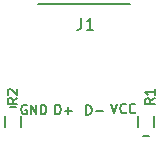
<source format=gbr>
G04 #@! TF.FileFunction,Legend,Top*
%FSLAX46Y46*%
G04 Gerber Fmt 4.6, Leading zero omitted, Abs format (unit mm)*
G04 Created by KiCad (PCBNEW 4.0.1-3.201512221402+6198~38~ubuntu14.04.1-stable) date mån 28 dec 2015 02:15:22*
%MOMM*%
G01*
G04 APERTURE LIST*
%ADD10C,0.100000*%
%ADD11C,0.200000*%
%ADD12C,0.150000*%
G04 APERTURE END LIST*
D10*
D11*
X60196500Y-9382000D02*
X60704500Y-9382000D01*
X71496500Y-11898000D02*
X72004500Y-11898000D01*
D12*
X70410000Y-665000D02*
X62610000Y-665000D01*
X71075500Y-11140000D02*
X71075500Y-10140000D01*
X72425500Y-10140000D02*
X72425500Y-11140000D01*
X59775500Y-11140000D02*
X59775500Y-10140000D01*
X61125500Y-10140000D02*
X61125500Y-11140000D01*
X66276667Y-1861381D02*
X66276667Y-2575667D01*
X66229047Y-2718524D01*
X66133809Y-2813762D01*
X65990952Y-2861381D01*
X65895714Y-2861381D01*
X67276667Y-2861381D02*
X66705238Y-2861381D01*
X66990952Y-2861381D02*
X66990952Y-1861381D01*
X66895714Y-2004238D01*
X66800476Y-2099476D01*
X66705238Y-2147095D01*
X72462805Y-8658933D02*
X72081852Y-8925600D01*
X72462805Y-9116076D02*
X71662805Y-9116076D01*
X71662805Y-8811314D01*
X71700900Y-8735123D01*
X71738995Y-8697028D01*
X71815186Y-8658933D01*
X71929471Y-8658933D01*
X72005662Y-8697028D01*
X72043757Y-8735123D01*
X72081852Y-8811314D01*
X72081852Y-9116076D01*
X72462805Y-7897028D02*
X72462805Y-8354171D01*
X72462805Y-8125600D02*
X71662805Y-8125600D01*
X71777090Y-8201790D01*
X71853281Y-8277981D01*
X71891376Y-8354171D01*
X60819905Y-8658933D02*
X60438952Y-8925600D01*
X60819905Y-9116076D02*
X60019905Y-9116076D01*
X60019905Y-8811314D01*
X60058000Y-8735123D01*
X60096095Y-8697028D01*
X60172286Y-8658933D01*
X60286571Y-8658933D01*
X60362762Y-8697028D01*
X60400857Y-8735123D01*
X60438952Y-8811314D01*
X60438952Y-9116076D01*
X60096095Y-8354171D02*
X60058000Y-8316076D01*
X60019905Y-8239885D01*
X60019905Y-8049409D01*
X60058000Y-7973219D01*
X60096095Y-7935123D01*
X60172286Y-7897028D01*
X60248476Y-7897028D01*
X60362762Y-7935123D01*
X60819905Y-8392266D01*
X60819905Y-7897028D01*
X61626477Y-9253000D02*
X61550286Y-9214905D01*
X61436001Y-9214905D01*
X61321715Y-9253000D01*
X61245524Y-9329190D01*
X61207429Y-9405381D01*
X61169334Y-9557762D01*
X61169334Y-9672048D01*
X61207429Y-9824429D01*
X61245524Y-9900619D01*
X61321715Y-9976810D01*
X61436001Y-10014905D01*
X61512191Y-10014905D01*
X61626477Y-9976810D01*
X61664572Y-9938714D01*
X61664572Y-9672048D01*
X61512191Y-9672048D01*
X62007429Y-10014905D02*
X62007429Y-9214905D01*
X62464572Y-10014905D01*
X62464572Y-9214905D01*
X62845524Y-10014905D02*
X62845524Y-9214905D01*
X63036000Y-9214905D01*
X63150286Y-9253000D01*
X63226477Y-9329190D01*
X63264572Y-9405381D01*
X63302667Y-9557762D01*
X63302667Y-9672048D01*
X63264572Y-9824429D01*
X63226477Y-9900619D01*
X63150286Y-9976810D01*
X63036000Y-10014905D01*
X62845524Y-10014905D01*
X64071238Y-10014905D02*
X64071238Y-9214905D01*
X64261714Y-9214905D01*
X64376000Y-9253000D01*
X64452191Y-9329190D01*
X64490286Y-9405381D01*
X64528381Y-9557762D01*
X64528381Y-9672048D01*
X64490286Y-9824429D01*
X64452191Y-9900619D01*
X64376000Y-9976810D01*
X64261714Y-10014905D01*
X64071238Y-10014905D01*
X64871238Y-9710143D02*
X65480762Y-9710143D01*
X65176000Y-10014905D02*
X65176000Y-9405381D01*
X66674738Y-10067905D02*
X66674738Y-9267905D01*
X66865214Y-9267905D01*
X66979500Y-9306000D01*
X67055691Y-9382190D01*
X67093786Y-9458381D01*
X67131881Y-9610762D01*
X67131881Y-9725048D01*
X67093786Y-9877429D01*
X67055691Y-9953619D01*
X66979500Y-10029810D01*
X66865214Y-10067905D01*
X66674738Y-10067905D01*
X67474738Y-9763143D02*
X68084262Y-9763143D01*
X68789333Y-9114905D02*
X69056000Y-9914905D01*
X69322667Y-9114905D01*
X70046476Y-9838714D02*
X70008381Y-9876810D01*
X69894095Y-9914905D01*
X69817905Y-9914905D01*
X69703619Y-9876810D01*
X69627428Y-9800619D01*
X69589333Y-9724429D01*
X69551238Y-9572048D01*
X69551238Y-9457762D01*
X69589333Y-9305381D01*
X69627428Y-9229190D01*
X69703619Y-9153000D01*
X69817905Y-9114905D01*
X69894095Y-9114905D01*
X70008381Y-9153000D01*
X70046476Y-9191095D01*
X70846476Y-9838714D02*
X70808381Y-9876810D01*
X70694095Y-9914905D01*
X70617905Y-9914905D01*
X70503619Y-9876810D01*
X70427428Y-9800619D01*
X70389333Y-9724429D01*
X70351238Y-9572048D01*
X70351238Y-9457762D01*
X70389333Y-9305381D01*
X70427428Y-9229190D01*
X70503619Y-9153000D01*
X70617905Y-9114905D01*
X70694095Y-9114905D01*
X70808381Y-9153000D01*
X70846476Y-9191095D01*
M02*

</source>
